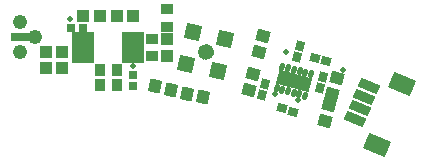
<source format=gbs>
G04*
G04 #@! TF.GenerationSoftware,Altium Limited,CircuitStudio,1.5.2 (30)*
G04*
G04 Layer_Color=8150272*
%FSLAX25Y25*%
%MOIN*%
G70*
G01*
G75*
%ADD33R,0.09800X0.02800*%
%ADD34C,0.02178*%
%ADD35C,0.04800*%
%ADD36C,0.01981*%
%ADD37R,0.03162X0.02769*%
%ADD38R,0.02769X0.03162*%
G04:AMPARAMS|DCode=39|XSize=27.69mil|YSize=31.62mil|CornerRadius=0mil|HoleSize=0mil|Usage=FLASHONLY|Rotation=75.000|XOffset=0mil|YOffset=0mil|HoleType=Round|Shape=Rectangle|*
%AMROTATEDRECTD39*
4,1,4,0.01169,-0.01746,-0.01886,-0.00928,-0.01169,0.01746,0.01886,0.00928,0.01169,-0.01746,0.0*
%
%ADD39ROTATEDRECTD39*%

%ADD40R,0.04343X0.03950*%
%ADD41R,0.03950X0.04343*%
%ADD42R,0.03556X0.04343*%
G04:AMPARAMS|DCode=43|XSize=27.69mil|YSize=17.84mil|CornerRadius=5.23mil|HoleSize=0mil|Usage=FLASHONLY|Rotation=255.000|XOffset=0mil|YOffset=0mil|HoleType=Round|Shape=RoundedRectangle|*
%AMROUNDEDRECTD43*
21,1,0.02769,0.00738,0,0,255.0*
21,1,0.01723,0.01784,0,0,255.0*
1,1,0.01046,-0.00579,-0.00737*
1,1,0.01046,-0.00134,0.00928*
1,1,0.01046,0.00579,0.00737*
1,1,0.01046,0.00134,-0.00928*
%
%ADD43ROUNDEDRECTD43*%
G04:AMPARAMS|DCode=44|XSize=47.37mil|YSize=112.33mil|CornerRadius=0mil|HoleSize=0mil|Usage=FLASHONLY|Rotation=255.000|XOffset=0mil|YOffset=0mil|HoleType=Round|Shape=Rectangle|*
%AMROTATEDRECTD44*
4,1,4,-0.04812,0.03741,0.06038,0.00834,0.04812,-0.03741,-0.06038,-0.00834,-0.04812,0.03741,0.0*
%
%ADD44ROTATEDRECTD44*%

G04:AMPARAMS|DCode=45|XSize=43.43mil|YSize=39.5mil|CornerRadius=0mil|HoleSize=0mil|Usage=FLASHONLY|Rotation=345.000|XOffset=0mil|YOffset=0mil|HoleType=Round|Shape=Rectangle|*
%AMROTATEDRECTD45*
4,1,4,-0.02609,-0.01345,-0.01587,0.02470,0.02609,0.01345,0.01587,-0.02470,-0.02609,-0.01345,0.0*
%
%ADD45ROTATEDRECTD45*%

G04:AMPARAMS|DCode=46|XSize=27.69mil|YSize=31.62mil|CornerRadius=0mil|HoleSize=0mil|Usage=FLASHONLY|Rotation=345.000|XOffset=0mil|YOffset=0mil|HoleType=Round|Shape=Rectangle|*
%AMROTATEDRECTD46*
4,1,4,-0.01746,-0.01169,-0.00928,0.01886,0.01746,0.01169,0.00928,-0.01886,-0.01746,-0.01169,0.0*
%
%ADD46ROTATEDRECTD46*%

%ADD47P,0.07256X4X213.0*%
G04:AMPARAMS|DCode=48|XSize=52.88mil|YSize=52.88mil|CornerRadius=26.44mil|HoleSize=0mil|Usage=FLASHONLY|Rotation=348.000|XOffset=0mil|YOffset=0mil|HoleType=Round|Shape=RoundedRectangle|*
%AMROUNDEDRECTD48*
21,1,0.05288,0.00000,0,0,348.0*
21,1,0.00000,0.05288,0,0,348.0*
1,1,0.05288,0.00000,0.00000*
1,1,0.05288,0.00000,0.00000*
1,1,0.05288,0.00000,0.00000*
1,1,0.05288,0.00000,0.00000*
%
%ADD48ROUNDEDRECTD48*%
G04:AMPARAMS|DCode=49|XSize=31.62mil|YSize=69.02mil|CornerRadius=0mil|HoleSize=0mil|Usage=FLASHONLY|Rotation=67.000|XOffset=0mil|YOffset=0mil|HoleType=Round|Shape=Rectangle|*
%AMROTATEDRECTD49*
4,1,4,0.02559,-0.02804,-0.03794,-0.00107,-0.02559,0.02804,0.03794,0.00107,0.02559,-0.02804,0.0*
%
%ADD49ROTATEDRECTD49*%

G04:AMPARAMS|DCode=50|XSize=55.24mil|YSize=78.87mil|CornerRadius=0mil|HoleSize=0mil|Usage=FLASHONLY|Rotation=67.000|XOffset=0mil|YOffset=0mil|HoleType=Round|Shape=Rectangle|*
%AMROTATEDRECTD50*
4,1,4,0.02551,-0.04083,-0.04709,-0.01002,-0.02551,0.04083,0.04709,0.01002,0.02551,-0.04083,0.0*
%
%ADD50ROTATEDRECTD50*%

G04:AMPARAMS|DCode=51|XSize=43.43mil|YSize=39.5mil|CornerRadius=0mil|HoleSize=0mil|Usage=FLASHONLY|Rotation=78.000|XOffset=0mil|YOffset=0mil|HoleType=Round|Shape=Rectangle|*
%AMROTATEDRECTD51*
4,1,4,0.01480,-0.02535,-0.02383,-0.01714,-0.01480,0.02535,0.02383,0.01714,0.01480,-0.02535,0.0*
%
%ADD51ROTATEDRECTD51*%

%ADD52R,0.04343X0.03556*%
%ADD53R,0.07178X0.02500*%
D33*
X304398Y383011D02*
D03*
D34*
X389953Y369315D02*
D03*
X394041Y368220D02*
D03*
X398129Y367124D02*
D03*
D35*
X302899Y378090D02*
D03*
X307820Y383011D02*
D03*
X302899Y387932D02*
D03*
D36*
X395369Y361850D02*
D03*
X410334Y371909D02*
D03*
X319453Y388894D02*
D03*
X387858Y364058D02*
D03*
X391403Y377885D02*
D03*
X340543Y373414D02*
D03*
Y388911D02*
D03*
D37*
X323867Y385911D02*
D03*
X319930D02*
D03*
D38*
X340543Y370479D02*
D03*
Y366542D02*
D03*
D39*
X401019Y375978D02*
D03*
X404821Y374959D02*
D03*
X393749Y358143D02*
D03*
X389946Y359162D02*
D03*
D40*
X311399Y372555D02*
D03*
Y378067D02*
D03*
X316898Y372555D02*
D03*
Y378067D02*
D03*
X351698Y376755D02*
D03*
Y382267D02*
D03*
D41*
X323851Y390011D02*
D03*
X329363D02*
D03*
X335031D02*
D03*
X340543D02*
D03*
D42*
X335251Y367011D02*
D03*
X329346D02*
D03*
X329346Y372011D02*
D03*
X335251D02*
D03*
D43*
X390256Y373106D02*
D03*
X392157Y372597D02*
D03*
X394059Y372087D02*
D03*
X395960Y371578D02*
D03*
X397862Y371068D02*
D03*
X399763Y370559D02*
D03*
X397827Y363334D02*
D03*
X395926Y363843D02*
D03*
X394024Y364352D02*
D03*
X392123Y364862D02*
D03*
X390221Y365371D02*
D03*
X388320Y365881D02*
D03*
D44*
X394041Y368220D02*
D03*
D45*
X383879Y383226D02*
D03*
X382453Y377903D02*
D03*
X380491Y370581D02*
D03*
X379064Y365257D02*
D03*
X406885Y364049D02*
D03*
X408312Y369373D02*
D03*
X404385Y354849D02*
D03*
X405812Y360173D02*
D03*
D46*
X402839Y365895D02*
D03*
X403858Y369698D02*
D03*
X396214Y380132D02*
D03*
X395195Y376329D02*
D03*
X384520Y367463D02*
D03*
X383501Y363661D02*
D03*
D47*
X360397Y384604D02*
D03*
X371180Y382312D02*
D03*
X368888Y371529D02*
D03*
X358105Y373821D02*
D03*
D48*
X364643Y378067D02*
D03*
D49*
X414499Y355611D02*
D03*
X416037Y359235D02*
D03*
X417576Y362860D02*
D03*
X419114Y366484D02*
D03*
D50*
X421650Y347015D02*
D03*
X430264Y367311D02*
D03*
D51*
X358303Y364084D02*
D03*
X363694Y362938D02*
D03*
X353094Y365338D02*
D03*
X347703Y366484D02*
D03*
D52*
X346698Y376558D02*
D03*
Y382464D02*
D03*
X351698Y386458D02*
D03*
Y392364D02*
D03*
D53*
X323851Y375508D02*
D03*
Y378067D02*
D03*
Y380627D02*
D03*
Y383186D02*
D03*
X340543D02*
D03*
Y380627D02*
D03*
Y378067D02*
D03*
Y375508D02*
D03*
M02*

</source>
